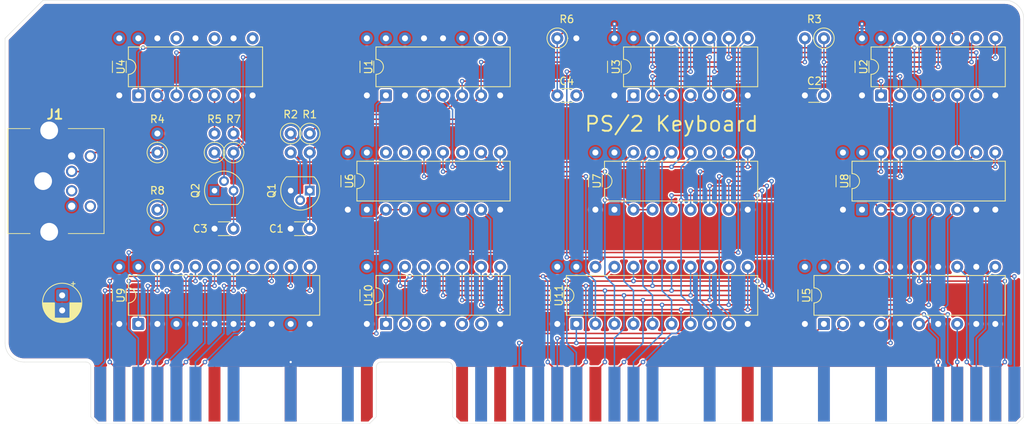
<source format=kicad_pcb>
(kicad_pcb (version 20241229) (generator "pcbnew") (generator_version "9.0")
  (layers (0 "F.Cu" signal) (2 "B.Cu" signal) (13 "F.Paste" user) (15 "B.Paste" user) (5 "F.SilkS" user "F.Silkscreen") (7 "B.SilkS" user "B.Silkscreen") (1 "F.Mask" user) (3 "B.Mask" user) (25 "Edge.Cuts" user))
  (net 0 "")
  (net 1 "Net-(Q1-C)")
  (net 2 "Net-(U1A-Q)")
  (net 3 "Net-(U1A-~{Q})")
  (net 4 "Net-(Q1-B)")
  (net 5 "Net-(C2-Pad2)")
  (net 6 "+5V")
  (net 7 "/~{CLK}")
  (net 8 "Net-(Q2-B)")
  (net 9 "Net-(U1A-C)")
  (net 10 "GND")
  (net 11 "Net-(Q2-C)")
  (net 12 "/CP")
  (net 13 "/DAT")
  (net 14 "/A_{6}")
  (net 15 "/A_{7}")
  (net 16 "/A_{2}")
  (net 17 "/A_{4}")
  (net 18 "/A_{1}")
  (net 19 "/~{S}")
  (net 20 "/A_{5}")
  (net 21 "/DS.~{U}")
  (net 22 "/A_{3}")
  (net 23 "/BE.~{IO}")
  (net 24 "/IRQ_{7}")
  (net 25 "/IRQ_{4}")
  (net 26 "/IRQ_{2}")
  (net 27 "/IRQ_{1}")
  (net 28 "/IRQ_{5}")
  (net 29 "/IRQ_{3}")
  (net 30 "/~{RCV}")
  (net 31 "/IRQ_{0}")
  (net 32 "/IRQ_{6}")
  (net 33 "/IBSY")
  (net 34 "/DQ_{4}")
  (net 35 "/D_{13}")
  (net 36 "/DQ_{0}")
  (net 37 "/D_{11}")
  (net 38 "/DQ_{5}")
  (net 39 "/D_{8}")
  (net 40 "/DQ_{2}")
  (net 41 "/D_{15}")
  (net 42 "/D_{10}")
  (net 43 "/DQ_{6}")
  (net 44 "/D_{12}")
  (net 45 "/DIR.~{R}")
  (net 46 "/DQ_{3}")
  (net 47 "/D_{9}")
  (net 48 "/DQ_{7}")
  (net 49 "/DQ_{1}")
  (net 50 "/D_{14}")
  (net 54 "/~{W}")
  (net 55 "/PAR")
  (net 59 "/~{DQO}")
  (net 61 "/~{RES}")
  (net 63 "Net-(U2-Pad11)")
  (net 64 "Net-(U2-Pad4)")
  (net 65 "Net-(U2-Pad3)")
  (net 66 "Net-(U2-Pad8)")
  (net 67 "Net-(U2-Pad2)")
  (net 68 "Net-(U2-Pad12)")
  (net 69 "Net-(U2-Pad6)")
  (net 70 "Net-(C4-Pad2)")
  (footprint "Resistor_THT:R_Axial_DIN0207_L6.3mm_D2.5mm_P2.54mm_Vertical" (layer "F.Cu") (at 213.36 58.42 180)
    (property "Reference" "R3")
    (property "Value" "10k")
  )
  (footprint "Package_DIP:DIP-20_W7.62mm" (layer "F.Cu") (at 121.92 96.52 90)
    (property "Reference" "U9")
    (property "Value" "74HC541")
  )
  (footprint "Package_DIP:DIP-14_W7.62mm" (layer "F.Cu") (at 154.94 96.52 90)
    (property "Reference" "U10")
    (property "Value" "74HC280")
  )
  (footprint "Package_DIP:DIP-14_W7.62mm" (layer "F.Cu") (at 154.94 66.04 90)
    (property "Reference" "U1")
    (property "Value" "74HC74")
  )
  (footprint "Resistor_THT:R_Axial_DIN0207_L6.3mm_D2.5mm_P2.54mm_Vertical" (layer "F.Cu") (at 144.78 71.12 -90)
    (property "Reference" "R1")
    (property "Value" "10k")
  )
  (footprint "Capacitor_THT:C_Disc_D3.0mm_W1.6mm_P7.62mm" (layer "F.Cu") (at 119.38 58.42 -90)
    (property "Reference" "CB1" (hide yes))
    (property "Value" "C_Disc_D3.0mm_W1.6mm_P7.62mm" (hide yes))
  )
  (footprint "Package_DIP:DIP-16_W7.62mm" (layer "F.Cu") (at 152.4 81.28 90)
    (property "Reference" "U6")
    (property "Value" "74HC195")
  )
  (footprint "Resistor_THT:R_Axial_DIN0207_L6.3mm_D2.5mm_P2.54mm_Vertical" (layer "F.Cu") (at 124.46 81.28 -90)
    (property "Reference" "R8")
    (property "Value" "4k7")
  )
  (footprint "Capacitor_THT:C_Disc_D3.0mm_W1.6mm_P2.54mm" (layer "F.Cu") (at 142.24 83.82)
    (property "Reference" "C1")
    (property "Value" "10nF")
  )
  (footprint "Resistor_THT:R_Axial_DIN0207_L6.3mm_D2.5mm_P2.54mm_Vertical" (layer "F.Cu") (at 132.08 73.66 90)
    (property "Reference" "R5")
    (property "Value" "10k")
  )
  (footprint "Capacitor_THT:C_Disc_D3.0mm_W1.6mm_P7.62mm" (layer "F.Cu") (at 182.88 73.66 -90)
    (property "Reference" "CB1" (hide yes))
    (property "Value" "C_Disc_D3.0mm_W1.6mm_P7.62mm" (hide yes))
  )
  (footprint "Capacitor_THT:C_Disc_D3.0mm_W1.6mm_P2.54mm" (layer "F.Cu") (at 132.08 83.82)
    (property "Reference" "C3")
    (property "Value" "10nF")
  )
  (footprint "Capacitor_THT:C_Disc_D3.0mm_W1.6mm_P7.62mm" (layer "F.Cu") (at 177.8 88.9 -90)
    (property "Reference" "CB1" (hide yes))
    (property "Value" "C_Disc_D3.0mm_W1.6mm_P7.62mm" (hide yes))
  )
  (footprint "Package_DIP:DIP-20_W7.62mm" (layer "F.Cu") (at 180.34 96.52 90)
    (property "Reference" "U11")
    (property "Value" "74HC541")
  )
  (footprint "Resistor_THT:R_Axial_DIN0207_L6.3mm_D2.5mm_P2.54mm_Vertical" (layer "F.Cu") (at 134.62 73.66 90)
    (property "Reference" "R7")
    (property "Value" "20k")
  )
  (footprint "Package_DIP:DIP-14_W7.62mm" (layer "F.Cu") (at 220.98 66.04 90)
    (property "Reference" "U2")
    (property "Value" "74HC08")
  )
  (footprint "Connector_PCBEdge:pcb_edge_60_P2.54_new" (layer "F.Cu") (at 163.83 102.235)
    (property "Reference" "J2" (hide yes))
    (property "Value" "perslot1a")
    (fp_line (start 0 6.6675) (end 0 0) (stroke (width 0.05)) (layer "Edge.Cuts"))
    (fp_line (start 0.9525 7.62) (end 0 6.6675) (stroke (width 0.05)) (layer "Edge.Cuts"))
    (fp_line (start 0.9525 7.62) (end 75.2475 7.62) (stroke (width 0.05)) (layer "Edge.Cuts"))
    (fp_line (start 75.2475 7.62) (end 76.2 6.6675) (stroke (width 0.05)) (layer "Edge.Cuts"))
    (fp_line (start 76.2 6.6675) (end 76.2 0) (stroke (width 0.05)) (layer "Edge.Cuts"))
  )
  (footprint "Capacitor_THT:C_Disc_D3.0mm_W1.6mm_P7.62mm" (layer "F.Cu") (at 215.9 73.66 -90)
    (property "Reference" "CB1" (hide yes))
    (property "Value" "C_Disc_D3.0mm_W1.6mm_P7.62mm" (hide yes))
  )
  (footprint "Connector_PCBEdge:pcb_edge_30_P2.54_new" (layer "F.Cu") (at 115.57 102.235)
    (property "Reference" "J3" (hide yes))
    (property "Value" "perslot1b")
    (fp_line (start 0 6.6675) (end 0 0) (stroke (width 0.05)) (layer "Edge.Cuts"))
    (fp_line (start 0.9525 7.62) (end 0 6.6675) (stroke (width 0.05)) (layer "Edge.Cuts"))
    (fp_line (start 0.9525 7.62) (end 37.1475 7.62) (stroke (width 0.05)) (layer "Edge.Cuts"))
    (fp_line (start 37.1475 7.62) (end 38.1 6.6675) (stroke (width 0.05)) (layer "Edge.Cuts"))
    (fp_line (start 38.1 6.6675) (end 38.1 0) (stroke (width 0.05)) (layer "Edge.Cuts"))
  )
  (footprint "Capacitor_THT:C_Disc_D3.0mm_W1.6mm_P2.54mm" (layer "F.Cu") (at 210.82 66.04)
    (property "Reference" "C2")
    (property "Value" "22pF")
  )
  (footprint "Resistor_THT:R_Axial_DIN0207_L6.3mm_D2.5mm_P2.54mm_Vertical" (layer "F.Cu") (at 124.46 73.66 90)
    (property "Reference" "R4")
    (property "Value" "4k7")
  )
  (footprint "Resistor_THT:R_Axial_DIN0207_L6.3mm_D2.5mm_P2.54mm_Vertical" (layer "F.Cu") (at 142.24 71.12 -90)
    (property "Reference" "R2")
    (property "Value" "10k")
  )
  (footprint "Package_DIP:DIP-14_W7.62mm" (layer "F.Cu") (at 187.96 66.04 90)
    (property "Reference" "U3")
    (property "Value" "74HC14")
  )
  (footprint "Resistor_THT:R_Axial_DIN0207_L6.3mm_D2.5mm_P2.54mm_Vertical" (layer "F.Cu") (at 177.8 58.42)
    (property "Reference" "R6")
    (property "Value" "10k")
  )
  (footprint "Package_TO_SOT_THT:TO-92" (layer "F.Cu") (at 132.08 78.74)
    (property "Reference" "Q2")
    (property "Value" "Q_PNP_EBC")
  )
  (footprint "Capacitor_THT:CP_Radial_D5.0mm_P2.00mm" (layer "F.Cu") (at 111.76 92.71 -90)
    (property "Reference" "CB1" (hide yes))
    (property "Value" "CP_Radial_D5.0mm_P2.00mm" (hide yes))
  )
  (footprint "Capacitor_THT:C_Disc_D3.0mm_W1.6mm_P7.62mm" (layer "F.Cu") (at 210.82 88.9 -90)
    (property "Reference" "CB1" (hide yes))
    (property "Value" "C_Disc_D3.0mm_W1.6mm_P7.62mm" (hide yes))
  )
  (footprint "Connector_TE-Connectivity:57492651" (layer "F.Cu") (at 113.03 76.17 90)
    (property "Reference" "J1")
    (property "Value" "keyboard" (hide yes))
  )
  (footprint "Capacitor_THT:C_Disc_D3.0mm_W1.6mm_P7.62mm" (layer "F.Cu") (at 152.4 88.9 -90)
    (property "Reference" "CB1" (hide yes))
    (property "Value" "C_Disc_D3.0mm_W1.6mm_P7.62mm" (hide yes))
  )
  (footprint "Capacitor_THT:C_Disc_D3.0mm_W1.6mm_P7.62mm" (layer "F.Cu") (at 149.86 73.66 -90)
    (property "Reference" "CB1" (hide yes))
    (property "Value" "C_Disc_D3.0mm_W1.6mm_P7.62mm" (hide yes))
  )
  (footprint "Capacitor_THT:C_Disc_D3.0mm_W1.6mm_P7.62mm" (layer "F.Cu") (at 119.38 88.9 -90)
    (property "Reference" "CB1" (hide yes))
    (property "Value" "C_Disc_D3.0mm_W1.6mm_P7.62mm" (hide yes))
  )
  (footprint "Capacitor_THT:C_Disc_D3.0mm_W1.6mm_P7.62mm" (layer "F.Cu") (at 218.44 58.42 -90)
    (property "Reference" "CB1" (hide yes))
    (property "Value" "C_Disc_D3.0mm_W1.6mm_P7.62mm" (hide yes))
  )
  (footprint "Package_DIP:DIP-16_W7.62mm" (layer "F.Cu") (at 185.42 81.28 90)
    (property "Reference" "U7")
    (property "Value" "74HC195")
  )
  (footprint "Capacitor_THT:C_Disc_D3.0mm_W1.6mm_P7.62mm" (layer "F.Cu") (at 185.42 58.42 -90)
    (property "Reference" "CB1" (hide yes))
    (property "Value" "C_Disc_D3.0mm_W1.6mm_P7.62mm" (hide yes))
  )
  (footprint "Package_TO_SOT_THT:TO-92" (layer "F.Cu") (at 144.78 78.74 180)
    (property "Reference" "Q1")
    (property "Value" "Q_NPN_CBE")
  )
  (footprint "Capacitor_THT:C_Disc_D3.0mm_W1.6mm_P2.54mm" (layer "F.Cu") (at 177.8 66.04)
    (property "Reference" "C4")
    (property "Value" "22pF")
  )
  (footprint "Capacitor_THT:C_Disc_D3.0mm_W1.6mm_P7.62mm" (layer "F.Cu") (at 152.4 58.42 -90)
    (property "Reference" "CB1" (hide yes))
    (property "Value" "C_Disc_D3.0mm_W1.6mm_P7.62mm" (hide yes))
  )
  (footprint "Package_DIP:DIP-20_W7.62mm" (layer "F.Cu") (at 213.36 96.52 90)
    (property "Reference" "U5")
    (property "Value" "74HC688")
  )
  (footprint "Package_DIP:DIP-16_W7.62mm" (layer "F.Cu") (at 218.44 81.28 90)
    (property "Reference" "U8")
    (property "Value" "74HC195")
  )
  (footprint "Package_DIP:DIP-14_W7.62mm" (layer "F.Cu") (at 121.92 66.04 90)
    (property "Reference" "U4")
    (property "Value" "74HC05")
  )
  (gr_arc (start 106.68 101.6) (mid 104.883949 100.856051) (end 104.14 99.06) (stroke (width 0.05)) (layer "Edge.Cuts"))
  (gr_arc (start 163.195 101.6) (mid 163.644013 101.785987) (end 163.83 102.235) (stroke (width 0.05)) (layer "Edge.Cuts"))
  (gr_arc (start 153.67 102.235) (mid 153.855987 101.785987) (end 154.305 101.6) (stroke (width 0.05)) (layer "Edge.Cuts"))
  (gr_arc (start 114.935 101.6) (mid 115.384013 101.785987) (end 115.57 102.235) (stroke (width 0.05)) (layer "Edge.Cuts"))
  (gr_line (start 240.03 55.88) (end 240.03 102.235) (stroke (width 0.05)) (layer "Edge.Cuts"))
  (gr_line (start 114.935 101.6) (end 106.68 101.6) (stroke (width 0.05)) (layer "Edge.Cuts"))
  (gr_line (start 163.195 101.6) (end 154.305 101.6) (stroke (width 0.05)) (layer "Edge.Cuts"))
  (gr_line (start 109.22 53.34) (end 237.49 53.34) (stroke (width 0.05)) (layer "Edge.Cuts"))
  (gr_line (start 104.14 99.06) (end 104.14 58.42) (stroke (width 0.05)) (layer "Edge.Cuts"))
  (gr_line (start 109.22 53.34) (end 104.14 58.42) (stroke (width 0.05)) (layer "Edge.Cuts"))
  (gr_arc (start 237.49 53.34) (mid 239.286051 54.083949) (end 240.03 55.88) (stroke (width 0.05)) (layer "Edge.Cuts"))
  (gr_text "PS/2 Keyboard" (at 193.04 69.85 0) (layer "F.SilkS") (effects (font (size 2 2) (thickness 0.25))))
  (segment (start 166.37 69.85) (end 168.91 67.31) (width 0.2) (layer "F.Cu") (net 1))
  (segment (start 148.59 69.85) (end 166.37 69.85) (width 0.2) (layer "F.Cu") (net 1))
  (segment (start 186.69 67.31) (end 187.96 66.04) (width 0.2) (layer "F.Cu") (net 1))
  (segment (start 144.78 73.66) (end 148.59 69.85) (width 0.2) (layer "F.Cu") (net 1))
  (segment (start 168.91 67.31) (end 186.69 67.31) (width 0.2) (layer "F.Cu") (net 1))
  (segment (start 144.78 73.66) (end 144.78 78.74) (width 0.2) (layer "B.Cu") (net 1))
  (segment (start 144.78 78.74) (end 144.78 83.82) (width 0.2) (layer "B.Cu") (net 1))
  (segment (start 147.32 68.58) (end 144.78 71.12) (width 0.2) (layer "F.Cu") (net 2))
  (segment (start 162.56 68.58) (end 147.32 68.58) (width 0.2) (layer "F.Cu") (net 2))
  (segment (start 220.98 64.135) (end 165.1 64.135) (width 0.2) (layer "F.Cu") (net 2))
  (segment (start 165.1 66.04) (end 162.56 68.58) (width 0.2) (layer "F.Cu") (net 2))
  (via (at 165.1 64.135) (size 0.6) (drill 0.3) (layers "F.Cu" "B.Cu") (net 2))
  (via (at 220.98 64.135) (size 0.6) (drill 0.3) (layers "F.Cu" "B.Cu") (net 2))
  (segment (start 220.98 66.04) (end 220.98 64.135) (width 0.2) (layer "B.Cu") (net 2))
  (segment (start 165.1 64.135) (end 165.1 66.04) (width 0.2) (layer "B.Cu") (net 2))
  (segment (start 167.64 66.04) (end 164.465 69.215) (width 0.2) (layer "F.Cu") (net 3))
  (segment (start 148.59 69.215) (end 145.415 72.39) (width 0.2) (layer "F.Cu") (net 3))
  (segment (start 143.51 72.39) (end 142.24 71.12) (width 0.2) (layer "F.Cu") (net 3))
  (segment (start 210.82 61.595) (end 167.64 61.595) (width 0.2) (layer "F.Cu") (net 3))
  (segment (start 164.465 69.215) (end 148.59 69.215) (width 0.2) (layer "F.Cu") (net 3))
  (segment (start 145.415 72.39) (end 143.51 72.39) (width 0.2) (layer "F.Cu") (net 3))
  (via (at 210.82 61.595) (size 0.6) (drill 0.3) (layers "F.Cu" "B.Cu") (net 3))
  (via (at 167.64 61.595) (size 0.6) (drill 0.3) (layers "F.Cu" "B.Cu") (net 3))
  (segment (start 210.82 58.42) (end 210.82 61.595) (width 0.2) (layer "B.Cu") (net 3))
  (segment (start 167.64 61.595) (end 167.64 66.04) (width 0.2) (layer "B.Cu") (net 3))
  (segment (start 143.51 80.01) (end 143.51 74.93) (width 0.2) (layer "B.Cu") (net 4))
  (segment (start 143.51 74.93) (end 142.24 73.66) (width 0.2) (layer "B.Cu") (net 4))
  (segment (start 213.36 61.595) (end 233.045 61.595) (width 0.2) (layer "F.Cu") (net 5))
  (via (at 233.045 61.595) (size 0.6) (drill 0.3) (layers "F.Cu" "B.Cu") (net 5))
  (via (at 213.36 61.595) (size 0.6) (drill 0.3) (layers "F.Cu" "B.Cu") (net 5))
  (segment (start 213.36 61.595) (end 213.36 66.04) (width 0.2) (layer "B.Cu") (net 5))
  (segment (start 233.045 59.055) (end 233.68 58.42) (width 0.2) (layer "B.Cu") (net 5))
  (segment (start 213.36 58.42) (end 213.36 61.595) (width 0.2) (layer "B.Cu") (net 5))
  (segment (start 233.045 61.595) (end 233.045 59.055) (width 0.2) (layer "B.Cu") (net 5))
  (via (at 185.42 56.515) (size 0.6) (drill 0.3) (layers "F.Cu" "B.Cu") (net 6))
  (via (at 218.44 56.515) (size 0.6) (drill 0.3) (layers "F.Cu" "B.Cu") (net 6))
  (segment (start 218.44 58.42) (end 218.44 56.515) (width 0.4) (layer "B.Cu") (net 6))
  (segment (start 185.42 58.42) (end 185.42 56.515) (width 0.4) (layer "B.Cu") (net 6))
  (segment (start 124.46 66.04) (end 125.73 67.31) (width 0.2) (layer "F.Cu") (net 7))
  (segment (start 132.08 66.04) (end 132.08 71.12) (width 0.2) (layer "F.Cu") (net 7))
  (segment (start 125.73 67.31) (end 125.73 72.39) (width 0.2) (layer "F.Cu") (net 7))
  (segment (start 125.73 64.77) (end 130.81 64.77) (width 0.2) (layer "F.Cu") (net 7))
  (segment (start 124.46 73.66) (end 115.98 73.66) (width 0.2) (layer "F.Cu") (net 7))
  (segment (start 124.46 66.04) (end 125.73 64.77) (width 0.2) (layer "F.Cu") (net 7))
  (segment (start 115.98 73.66) (end 115.52 74.12) (width 0.2) (layer "F.Cu") (net 7))
  (segment (start 125.73 72.39) (end 124.46 73.66) (width 0.2) (layer "F.Cu") (net 7))
  (segment (start 130.81 64.77) (end 132.08 66.04) (width 0.2) (layer "F.Cu") (net 7))
  (segment (start 133.35 74.93) (end 132.08 73.66) (width 0.2) (layer "B.Cu") (net 8))
  (segment (start 133.35 77.47) (end 133.35 74.93) (width 0.2) (layer "B.Cu") (net 8))
  (segment (start 161.29 64.77) (end 176.53 64.77) (width 0.2) (layer "F.Cu") (net 9))
  (segment (start 160.02 66.04) (end 161.29 64.77) (width 0.2) (layer "F.Cu") (net 9))
  (segment (start 177.8 58.42) (end 179.07 57.15) (width 0.2) (layer "F.Cu") (net 9))
  (segment (start 229.87 57.15) (end 231.14 58.42) (width 0.2) (layer "F.Cu") (net 9))
  (segment (start 179.07 57.15) (end 229.87 57.15) (width 0.2) (layer "F.Cu") (net 9))
  (segment (start 176.53 64.77) (end 177.8 66.04) (width 0.2) (layer "F.Cu") (net 9))
  (segment (start 177.8 58.42) (end 177.8 66.04) (width 0.2) (layer "B.Cu") (net 9))
  (segment (start 142.24 105.88625) (end 142.24 101.6) (width 0.4) (layer "F.Cu") (net 10))
  (segment (start 129.54 96.52) (end 137.16 96.52) (width 0.4) (layer "F.Cu") (net 10))
  (via (at 142.24 101.6) (size 0.6) (drill 0.3) (layers "F.Cu" "B.Cu") (net 10))
  (segment (start 135.89 60.96) (end 198.12 60.96) (width 0.2) (layer "F.Cu") (net 11))
  (via (at 198.12 60.96) (size 0.6) (drill 0.3) (layers "F.Cu" "B.Cu") (net 11))
  (via (at 135.89 60.96) (size 0.6) (drill 0.3) (layers "F.Cu" "B.Cu") (net 11))
  (segment (start 135.89 72.39) (end 135.89 60.96) (width 0.2) (layer "B.Cu") (net 11))
  (segment (start 198.12 60.96) (end 198.12 66.04) (width 0.2) (layer "B.Cu") (net 11))
  (segment (start 134.62 73.66) (end 134.62 78.74) (width 0.2) (layer "B.Cu") (net 11))
  (segment (start 134.62 78.74) (end 134.62 83.82) (width 0.2) (layer "B.Cu") (net 11))
  (segment (start 134.62 73.66) (end 135.89 72.39) (width 0.2) (layer "B.Cu") (net 11))
  (segment (start 199.39 74.93) (end 168.91 74.93) (width 0.2) (layer "F.Cu") (net 12))
  (segment (start 168.91 74.93) (end 138.43 74.93) (width 0.2) (layer "F.Cu") (net 12))
  (segment (start 233.68 73.66) (end 232.41 74.93) (width 0.2) (layer "F.Cu") (net 12))
  (segment (start 168.91 74.93) (end 167.64 73.66) (width 0.2) (layer "F.Cu") (net 12))
  (segment (start 138.43 74.93) (end 134.62 71.12) (width 0.2) (layer "F.Cu") (net 12))
  (segment (start 232.41 74.93) (end 199.39 74.93) (width 0.2) (layer "F.Cu") (net 12))
  (segment (start 134.62 71.12) (end 134.62 66.04) (width 0.2) (layer "F.Cu") (net 12))
  (segment (start 200.66 73.66) (end 199.39 74.93) (width 0.2) (layer "F.Cu") (net 12))
  (segment (start 154.94 81.28) (end 153.67 82.55) (width 0.2) (layer "F.Cu") (net 13))
  (segment (start 128.27 67.31) (end 128.27 74.295) (width 0.2) (layer "F.Cu") (net 13))
  (segment (start 113.06 76.2) (end 113.03 76.17) (width 0.2) (layer "F.Cu") (net 13))
  (segment (start 153.67 82.55) (end 133.35 82.55) (width 0.2) (layer "F.Cu") (net 13))
  (segment (start 128.27 77.47) (end 124.46 81.28) (width 0.2) (layer "F.Cu") (net 13))
  (segment (start 128.27 74.295) (end 128.27 77.47) (width 0.2) (layer "F.Cu") (net 13))
  (segment (start 157.48 81.28) (end 154.94 81.28) (width 0.2) (layer "F.Cu") (net 13))
  (segment (start 126.365 76.2) (end 113.06 76.2) (width 0.2) (layer "F.Cu") (net 13))
  (segment (start 133.35 82.55) (end 128.27 77.47) (width 0.2) (layer "F.Cu") (net 13))
  (segment (start 126.365 76.2) (end 128.27 74.295) (width 0.2) (layer "F.Cu") (net 13))
  (segment (start 129.54 66.04) (end 128.27 67.31) (width 0.2) (layer "F.Cu") (net 13))
  (segment (start 229.87 95.25) (end 227.965 95.25) (width 0.2) (layer "F.Cu") (net 14))
  (segment (start 226.695 96.52) (end 226.06 96.52) (width 0.2) (layer "F.Cu") (net 14))
  (segment (start 227.965 95.25) (end 226.695 96.52) (width 0.2) (layer "F.Cu") (net 14))
  (via (at 229.87 95.25) (size 0.6) (drill 0.3) (layers "F.Cu" "B.Cu") (net 14))
  (segment (start 231.14 105.88625) (end 231.14 102.87) (width 0.2) (layer "B.Cu") (net 14))
  (segment (start 229.87 101.6) (end 229.87 95.25) (width 0.2) (layer "B.Cu") (net 14))
  (segment (start 231.14 102.87) (end 229.87 101.6) (width 0.2) (layer "B.Cu") (net 14))
  (segment (start 228.6 105.88625) (end 228.6 101.6) (width 0.2) (layer "F.Cu") (net 15))
  (segment (start 222.25 95.25) (end 220.98 96.52) (width 0.2) (layer "F.Cu") (net 15))
  (segment (start 226.695 95.25) (end 222.25 95.25) (width 0.2) (layer "F.Cu") (net 15))
  (via (at 228.6 101.6) (size 0.6) (drill 0.3) (layers "F.Cu" "B.Cu") (net 15))
  (via (at 226.695 95.25) (size 0.6) (drill 0.3) (layers "F.Cu" "B.Cu") (net 15))
  (segment (start 227.33 95.885) (end 226.695 95.25) (width 0.2) (layer "B.Cu") (net 15))
  (segment (start 228.6 101.6) (end 228.6 98.425) (width 0.2) (layer "B.Cu") (net 15))
  (segment (start 228.6 98.425) (end 227.33 97.155) (width 0.2) (layer "B.Cu") (net 15))
  (segment (start 227.33 97.155) (end 227.33 95.885) (width 0.2) (layer "B.Cu") (net 15))
  (segment (start 236.22 102.87) (end 237.49 101.6) (width 0.2) (layer "F.Cu") (net 16))
  (segment (start 236.22 105.88625) (end 236.22 102.87) (width 0.2) (layer "F.Cu") (net 16))
  (segment (start 237.49 90.805) (end 226.06 90.805) (width 0.2) (layer "F.Cu") (net 16))
  (via (at 237.49 101.6) (size 0.6) (drill 0.3) (layers "F.Cu" "B.Cu") (net 16))
  (via (at 237.49 90.805) (size 0.6) (drill 0.3) (layers "F.Cu" "B.Cu") (net 16))
  (via (at 226.06 90.805) (size 0.6) (drill 0.3) (layers "F.Cu" "B.Cu") (net 16))
  (segment (start 237.49 101.6) (end 237.49 90.805) (width 0.2) (layer "B.Cu") (net 16))
  (segment (start 226.06 90.805) (end 226.06 88.9) (width 0.2) (layer "B.Cu") (net 16))
  (segment (start 234.95 97.155) (end 234.95 90.17) (width 0.2) (layer "B.Cu") (net 17))
  (segment (start 233.68 98.425) (end 234.95 97.155) (width 0.2) (layer "B.Cu") (net 17))
  (segment (start 233.68 98.425) (end 233.68 105.88625) (width 0.2) (layer "B.Cu") (net 17))
  (segment (start 234.95 90.17) (end 236.22 88.9) (width 0.2) (layer "B.Cu") (net 17))
  (segment (start 238.76 90.17) (end 222.25 90.17) (width 0.2) (layer "F.Cu") (net 18))
  (segment (start 222.25 90.17) (end 220.98 88.9) (width 0.2) (layer "F.Cu") (net 18))
  (via (at 238.76 90.17) (size 0.6) (drill 0.3) (layers "F.Cu" "B.Cu") (net 18))
  (segment (start 238.76 105.88625) (end 238.76 90.17) (width 0.2) (layer "B.Cu") (net 18))
  (segment (start 214.63 87.63) (end 184.15 87.63) (width 0.2) (layer "F.Cu") (net 19))
  (segment (start 184.15 87.63) (end 182.88 88.9) (width 0.2) (layer "F.Cu") (net 19))
  (segment (start 195.58 62.865) (end 179.07 62.865) (width 0.2) (layer "F.Cu") (net 19))
  (segment (start 215.9 88.9) (end 214.63 87.63) (width 0.2) (layer "F.Cu") (net 19))
  (segment (start 179.07 87.63) (end 184.15 87.63) (width 0.2) (layer "F.Cu") (net 19))
  (via (at 195.58 62.865) (size 0.6) (drill 0.3) (layers "F.Cu" "B.Cu") (net 19))
  (via (at 179.07 62.865) (size 0.6) (drill 0.3) (layers "F.Cu" "B.Cu") (net 19))
  (via (at 179.07 87.63) (size 0.6) (drill 0.3) (layers "F.Cu" "B.Cu") (net 19))
  (segment (start 179.07 62.865) (end 179.07 87.63) (width 0.2) (layer "B.Cu") (net 19))
  (segment (start 195.58 58.42) (end 195.58 62.865) (width 0.2) (layer "B.Cu") (net 19))
  (segment (start 231.14 105.88625) (end 231.14 101.6) (width 0.2) (layer "F.Cu") (net 20))
  (via (at 231.14 101.6) (size 0.6) (drill 0.3) (layers "F.Cu" "B.Cu") (net 20))
  (segment (start 231.14 101.6) (end 231.14 96.52) (width 0.2) (layer "B.Cu") (net 20))
  (segment (start 212.09 97.79) (end 213.36 96.52) (width 0.2) (layer "F.Cu") (net 21))
  (segment (start 170.18 100.33) (end 172.72 97.79) (width 0.2) (layer "F.Cu") (net 21))
  (segment (start 170.18 105.88625) (end 170.18 100.33) (width 0.2) (layer "F.Cu") (net 21))
  (segment (start 172.72 97.79) (end 212.09 97.79) (width 0.2) (layer "F.Cu") (net 21))
  (segment (start 233.68 105.88625) (end 233.68 102.87) (width 0.2) (layer "F.Cu") (net 22))
  (segment (start 233.68 102.87) (end 232.41 101.6) (width 0.2) (layer "F.Cu") (net 22))
  (via (at 232.41 101.6) (size 0.6) (drill 0.3) (layers "F.Cu" "B.Cu") (net 22))
  (segment (start 232.41 101.6) (end 232.41 90.17) (width 0.2) (layer "B.Cu") (net 22))
  (segment (start 232.41 90.17) (end 231.14 88.9) (width 0.2) (layer "B.Cu") (net 22))
  (segment (start 210.82 98.425) (end 177.8 98.425) (width 0.2) (layer "F.Cu") (net 23))
  (segment (start 213.995 98.425) (end 210.82 98.425) (width 0.2) (layer "F.Cu") (net 23))
  (segment (start 215.9 96.52) (end 213.995 98.425) (width 0.2) (layer "F.Cu") (net 23))
  (via (at 177.8 98.425) (size 0.6) (drill 0.3) (layers "F.Cu" "B.Cu") (net 23))
  (segment (start 177.8 98.425) (end 177.8 105.88625) (width 0.2) (layer "B.Cu") (net 23))
  (segment (start 118.11 90.805) (end 118.745 90.17) (width 0.2) (layer "F.Cu") (net 24))
  (segment (start 119.38 102.87) (end 118.11 101.6) (width 0.2) (layer "F.Cu") (net 24))
  (segment (start 118.745 90.17) (end 125.73 90.17) (width 0.2) (layer "F.Cu") (net 24))
  (segment (start 119.38 105.88625) (end 119.38 102.87) (width 0.2) (layer "F.Cu") (net 24))
  (segment (start 125.73 90.17) (end 127 88.9) (width 0.2) (layer "F.Cu") (net 24))
  (via (at 118.11 90.805) (size 0.6) (drill 0.3) (layers "F.Cu" "B.Cu") (net 24))
  (via (at 118.11 101.6) (size 0.6) (drill 0.3) (layers "F.Cu" "B.Cu") (net 24))
  (segment (start 118.11 101.6) (end 118.11 90.805) (width 0.2) (layer "B.Cu") (net 24))
  (segment (start 125.73 92.075) (end 134.62 92.075) (width 0.2) (layer "F.Cu") (net 25))
  (via (at 134.62 92.075) (size 0.6) (drill 0.3) (layers "F.Cu" "B.Cu") (net 25))
  (via (at 125.73 92.075) (size 0.6) (drill 0.3) (layers "F.Cu" "B.Cu") (net 25))
  (segment (start 124.46 101.6) (end 124.46 105.88625) (width 0.2) (layer "B.Cu") (net 25))
  (segment (start 125.73 92.075) (end 125.73 100.33) (width 0.2) (layer "B.Cu") (net 25))
  (segment (start 125.73 100.33) (end 124.46 101.6) (width 0.2) (layer "B.Cu") (net 25))
  (segment (start 134.62 92.075) (end 134.62 88.9) (width 0.2) (layer "B.Cu") (net 25))
  (segment (start 130.81 90.805) (end 139.7 90.805) (width 0.2) (layer "F.Cu") (net 26))
  (segment (start 127 102.87) (end 128.27 101.6) (width 0.2) (layer "F.Cu") (net 26))
  (segment (start 127 105.88625) (end 127 102.87) (width 0.2) (layer "F.Cu") (net 26))
  (via (at 130.81 90.805) (size 0.6) (drill 0.3) (layers "F.Cu" "B.Cu") (net 26))
  (via (at 139.7 90.805) (size 0.6) (drill 0.3) (layers "F.Cu" "B.Cu") (net 26))
  (via (at 128.27 101.6) (size 0.6) (drill 0.3) (layers "F.Cu" "B.Cu") (net 26))
  (segment (start 130.81 99.06) (end 130.81 90.805) (width 0.2) (layer "B.Cu") (net 26))
  (segment (start 139.7 90.805) (end 139.7 88.9) (width 0.2) (layer "B.Cu") (net 26))
  (segment (start 128.27 101.6) (end 130.81 99.06) (width 0.2) (layer "B.Cu") (net 26))
  (segment (start 133.35 91.44) (end 142.24 91.44) (width 0.2) (layer "F.Cu") (net 27))
  (via (at 142.24 91.44) (size 0.6) (drill 0.3) (layers "F.Cu" "B.Cu") (net 27))
  (via (at 133.35 91.44) (size 0.6) (drill 0.3) (layers "F.Cu" "B.Cu") (net 27))
  (segment (start 142.24 91.44) (end 142.24 88.9) (width 0.2) (layer "B.Cu") (net 27))
  (segment (start 133.35 91.44) (end 133.35 97.79) (width 0.2) (layer "B.Cu") (net 27))
  (segment (start 133.35 97.79) (end 129.54 101.6) (width 0.2) (layer "B.Cu") (net 27))
  (segment (start 129.54 101.6) (end 129.54 105.88625) (width 0.2) (layer "B.Cu") (net 27))
  (segment (start 121.92 105.88625) (end 121.92 102.87) (width 0.2) (layer "F.Cu") (net 28))
  (segment (start 121.92 102.87) (end 123.19 101.6) (width 0.2) (layer "F.Cu") (net 28))
  (segment (start 123.19 91.44) (end 132.08 91.44) (width 0.2) (layer "F.Cu") (net 28))
  (via (at 132.08 91.44) (size 0.6) (drill 0.3) (layers "F.Cu" "B.Cu") (net 28))
  (via (at 123.19 101.6) (size 0.6) (drill 0.3) (layers "F.Cu" "B.Cu") (net 28))
  (via (at 123.19 91.44) (size 0.6) (drill 0.3) (layers "F.Cu" "B.Cu") (net 28))
  (segment (start 132.08 91.44) (end 132.08 88.9) (width 0.2) (layer "B.Cu") (net 28))
  (segment (start 123.19 101.6) (end 123.19 91.44) (width 0.2) (layer "B.Cu") (net 28))
  (segment (start 128.27 90.17) (end 135.89 90.17) (width 0.2) (layer "F.Cu") (net 29))
  (segment (start 124.46 102.87) (end 125.73 101.6) (width 0.2) (layer "F.Cu") (net 29))
  (segment (start 135.89 90.17) (end 137.16 88.9) (width 0.2) (layer "F.Cu") (net 29))
  (segment (start 124.46 105.88625) (end 124.46 102.87) (width 0.2) (layer "F.Cu") (net 29))
  (via (at 125.73 101.6) (size 0.6) (drill 0.3) (layers "F.Cu" "B.Cu") (net 29))
  (via (at 128.27 90.17) (size 0.6) (drill 0.3) (layers "F.Cu" "B.Cu") (net 29))
  (segment (start 125.73 101.6) (end 128.27 99.06) (width 0.2) (layer "B.Cu") (net 29))
  (segment (start 128.27 99.06) (end 128.27 90.17) (width 0.2) (layer "B.Cu") (net 29))
  (segment (start 120.65 86.995) (end 201.93 86.995) (width 0.2) (layer "F.Cu") (net 30))
  (via (at 201.93 86.995) (size 0.6) (drill 0.3) (layers "F.Cu" "B.Cu") (net 30))
  (via (at 120.65 86.995) (size 0.6) (drill 0.3) (layers "F.Cu" "B.Cu") (net 30))
  (segment (start 121.92 96.52) (end 121.92 90.805) (width 0.2) (layer "B.Cu") (net 30))
  (segment (start 201.93 59.69) (end 203.2 58.42) (width 0.2) (layer "B.Cu") (net 30))
  (segment (start 121.92 90.805) (end 120.65 89.535) (width 0.2) (layer "B.Cu") (net 30))
  (segment (start 201.93 86.995) (end 201.93 59.69) (width 0.2) (layer "B.Cu") (net 30))
  (segment (start 120.65 89.535) (end 120.65 86.995) (width 0.2) (layer "B.Cu") (net 30))
  (segment (start 129.54 102.87) (end 130.81 101.6) (width 0.2) (layer "F.Cu") (net 31))
  (segment (start 129.54 105.88625) (end 129.54 102.87) (width 0.2) (layer "F.Cu") (net 31))
  (segment (start 144.78 92.075) (end 135.89 92.075) (width 0.2) (layer "F.Cu") (net 31))
  (via (at 130.81 101.6) (size 0.6) (drill 0.3) (layers "F.Cu" "B.Cu") (net 31))
  (via (at 135.89 92.075) (size 0.6) (drill 0.3) (layers "F.Cu" "B.Cu") (net 31))
  (via (at 144.78 92.075) (size 0.6) (drill 0.3) (layers "F.Cu" "B.Cu") (net 31))
  (segment (start 130.81 101.6) (end 134.62 97.79) (width 0.2) (layer "B.Cu") (net 31))
  (segment (start 134.62 97.79) (end 135.255 97.79) (width 0.2) (layer "B.Cu") (net 31))
  (segment (start 135.89 97.155) (end 135.89 92.075) (width 0.2) (layer "B.Cu") (net 31))
  (segment (start 144.78 92.075) (end 144.78 88.9) (width 0.2) (layer "B.Cu") (net 31))
  (segment (start 135.255 97.79) (end 135.89 97.155) (width 0.2) (layer "B.Cu") (net 31))
  (segment (start 120.65 90.805) (end 129.54 90.805) (width 0.2) (layer "F.Cu") (net 32))
  (via (at 120.65 90.805) (size 0.6) (drill 0.3) (layers "F.Cu" "B.Cu") (net 32))
  (via (at 129.54 90.805) (size 0.6) (drill 0.3) (layers "F.Cu" "B.Cu") (net 32))
  (segment (start 121.92 98.425) (end 120.65 97.155) (width 0.2) (layer "B.Cu") (net 32))
  (segment (start 129.54 90.805) (end 129.54 88.9) (width 0.2) (layer "B.Cu") (net 32))
  (segment (start 120.65 97.155) (end 120.65 90.805) (width 0.2) (layer "B.Cu") (net 32))
  (segment (start 121.92 98.425) (end 121.92 105.88625) (width 0.2) (layer "B.Cu") (net 32))
  (segment (start 124.46 92.075) (end 117.475 92.075) (width 0.2) (layer "F.Cu") (net 33))
  (via (at 124.46 92.075) (size 0.6) (drill 0.3) (layers "F.Cu" "B.Cu") (net 33))
  (via (at 117.475 92.075) (size 0.6) (drill 0.3) (layers "F.Cu" "B.Cu") (net 33))
  (segment (start 116.84 102.235) (end 116.84 105.88625) (width 0.2) (layer "B.Cu") (net 33))
  (segment (start 124.46 88.9) (end 124.46 92.075) (width 0.2) (layer "B.Cu") (net 33))
  (segment (start 117.475 92.075) (end 117.475 101.6) (width 0.2) (layer "B.Cu") (net 33))
  (segment (start 117.475 101.6) (end 116.84 102.235) (width 0.2) (layer "B.Cu") (net 33))
  (segment (start 189.23 74.93) (end 189.23 91.44) (width 0.2) (layer "B.Cu") (net 34))
  (segment (start 189.23 91.44) (end 190.5 92.71) (width 0.2) (layer "B.Cu") (net 34))
  (segment (start 190.5 92.71) (end 190.5 96.52) (width 0.2) (layer "B.Cu") (net 34))
  (segment (start 190.5 73.66) (end 189.23 74.93) (width 0.2) (layer "B.Cu") (net 34))
  (segment (start 180.34 102.87) (end 181.61 101.6) (width 0.2) (layer "F.Cu") (net 35))
  (segment (start 181.61 91.44) (end 190.5 91.44) (width 0.2) (layer "F.Cu") (net 35))
  (segment (start 181.61 91.44) (end 156.845 91.44) (width 0.2) (layer "F.Cu") (net 35))
  (segment (start 180.34 105.88625) (end 180.34 102.87) (width 0.2) (layer "F.Cu") (net 35))
  (segment (start 195.58 78.74) (end 205.105 78.74) (width 0.2) (layer "F.Cu") (net 35))
  (segment (start 205.105 91.44) (end 190.5 91.44) (width 0.2) (layer "F.Cu") (net 35))
  (via (at 181.61 101.6) (size 0.6) (drill 0.3) (layers "F.Cu" "B.Cu") (net 35))
  (via (at 156.845 91.44) (size 0.6) (drill 0.3) (layers "F.Cu" "B.Cu") (net 35))
  (via (at 205.105 78.74) (size 0.6) (drill 0.3) (layers "F.Cu" "B.Cu") (net 35))
  (via (at 205.105 91.44) (size 0.6) (drill 0.3) (layers "F.Cu" "B.Cu") (net 35))
  (via (at 181.61 91.44) (size 0.6) (drill 0.3) (layers "F.Cu" "B.Cu") (net 35))
  (via (at 190.5 91.44) (size 0.6) (drill 0.3) (layers "F.Cu" "B.Cu") (net 35))
  (via (at 195.58 78.74) (size 0.6) (drill 0.3) (layers "F.Cu" "B.Cu") (net 35))
  (segment (start 181.61 101.6) (end 181.61 91.44) (width 0.2) (layer "B.Cu") (net 35))
  (segment (start 205.105 78.74) (end 205.105 91.44) (width 0.2) (layer "B.Cu") (net 35))
  (segment (start 156.845 91.44) (end 156.845 89.535) (width 0.2) (layer "B.Cu") (net 35))
  (segment (start 156.845 89.535) (end 157.48 88.9) (width 0.2) (layer "B.Cu") (net 35))
  (segment (start 190.5 91.44) (end 190.5 88.9) (width 0.2) (layer "B.Cu") (net 35))
  (segment (start 195.58 81.28) (end 195.58 78.74) (width 0.2) (layer "B.Cu") (net 35))
  (segment (start 199.39 76.835) (end 223.52 76.835) (width 0.2) (layer "F.Cu") (net 36))
  (via (at 223.52 76.835) (size 0.6) (drill 0.3) (layers "F.Cu" "B.Cu") (net 36))
  (via (at 199.39 76.835) (size 0.6) (drill 0.3) (layers "F.Cu" "B.Cu") (net 36))
  (segment (start 199.39 93.98) (end 200.66 95.25) (width 0.2) (layer "B.Cu") (net 36))
  (segment (start 223.52 73.66) (end 223.52 76.835) (width 0.2) (layer "B.Cu") (net 36))
  (segment (start 199.39 76.835) (end 199.39 93.98) (width 0.2) (layer "B.Cu") (net 36))
  (segment (start 200.66 95.25) (end 200.66 96.52) (width 0.2) (layer "B.Cu") (net 36))
  (segment (start 200.66 77.47) (end 206.375 77.47) (width 0.2) (layer "F.Cu") (net 37))
  (segment (start 186.69 92.71) (end 195.58 92.71) (width 0.2) (layer "F.Cu") (net 37))
  (segment (start 206.375 92.71) (end 195.58 92.71) (width 0.2) (layer "F.Cu") (net 37))
  (segment (start 186.69 92.71) (end 162.56 92.71) (width 0.2) (layer "F.Cu") (net 37))
  (via (at 206.375 77.47) (size 0.6) (drill 0.3) (layers "F.Cu" "B.Cu") (net 37))
  (via (at 200.66 77.47) (size 0.6) (drill 0.3) (layers "F.Cu" "B.Cu") (net 37))
  (via (at 206.375 92.71) (size 0.6) (drill 0.3) (layers "F.Cu" "B.Cu") (net 37))
  (via (at 162.56 92.71) (size 0.6) (drill 0.3) (layers "F.Cu" "B.Cu") (net 37))
  (via (at 195.58 92.71) (size 0.6) (drill 0.3) (layers "F.Cu" "B.Cu") (net 37))
  (via (at 186.69 92.71) (size 0.6) (drill 0.3) (layers "F.Cu" "B.Cu") (net 37))
  (segment (start 162.56 92.71) (end 162.56 88.9) (width 0.2) (layer "B.Cu") (net 37))
  (segment (start 206.375 77.47) (end 206.375 92.71) (width 0.2) (layer "B.Cu") (net 37))
  (segment (start 185.42 98.425) (end 185.42 105.88625) (width 0.2) (layer "B.Cu") (net 37))
  (segment (start 185.42 98.425) (end 186.69 97.155) (width 0.2) (layer "B.Cu") (net 37))
  (segment (start 200.66 81.28) (end 200.66 77.47) (width 0.2) (layer "B.Cu") (net 37))
  (segment (start 186.69 97.155) (end 186.69 92.71) (width 0.2) (layer "B.Cu") (net 37))
  (segment (start 195.58 92.71) (end 195.58 88.9) (width 0.2) (layer "B.Cu") (net 37))
  (segment (start 186.69 90.805) (end 187.96 92.075) (width 0.2) (layer "B.Cu") (net 38))
  (segment (start 187.96 73.66) (end 186.69 74.93) (width 0.2) (layer "B.Cu") (net 38))
  (segment (start 187.96 92.075) (end 187.96 96.52) (width 0.2) (layer "B.Cu") (net 38))
  (segment (start 186.69 74.93) (end 186.69 90.805) (width 0.2) (layer "B.Cu") (net 38))
  (segment (start 187.96 105.88625) (end 187.96 102.87) (width 0.2) (layer "F.Cu") (net 39))
  (segment (start 194.31 94.615) (end 170.18 94.615) (width 0.2) (layer "F.Cu") (net 39))
  (segment (start 194.31 94.615) (end 203.2 94.615) (width 0.2) (layer "F.Cu") (net 39))
  (segment (start 229.235 94.615) (end 203.2 94.615) (width 0.2) (layer "F.Cu") (net 39))
  (segment (start 187.96 102.87) (end 189.23 101.6) (width 0.2) (layer "F.Cu") (net 39))
  (via (at 189.23 101.6) (size 0.6) (drill 0.3) (layers "F.Cu" "B.Cu") (net 39))
  (via (at 229.235 94.615) (size 0.6) (drill 0.3) (layers "F.Cu" "B.Cu") (net 39))
  (via (at 170.18 94.615) (size 0.6) (drill 0.3) (layers "F.Cu" "B.Cu") (net 39))
  (via (at 203.2 94.615) (size 0.6) (drill 0.3) (layers "F.Cu" "B.Cu") (net 39))
  (via (at 194.31 94.615) (size 0.6) (drill 0.3) (layers "F.Cu" "B.Cu") (net 39))
  (segment (start 194.31 97.155) (end 194.31 94.615) (width 0.2) (layer "B.Cu") (net 39))
  (segment (start 229.87 82.55) (end 229.87 88.9) (width 0.2) (layer "B.Cu") (net 39))
  (segment (start 193.04 97.79) (end 193.675 97.79) (width 0.2) (layer "B.Cu") (net 39))
  (segment (start 193.675 97.79) (end 194.31 97.155) (width 0.2) (layer "B.Cu") (net 39))
  (segment (start 229.87 88.9) (end 229.87 93.98) (width 0.2) (layer "B.Cu") (net 39))
  (segment (start 189.23 101.6) (end 193.04 97.79) (width 0.2) (layer "B.Cu") (net 39))
  (segment (start 203.2 94.615) (end 203.2 88.9) (width 0.2) (layer "B.Cu") (net 39))
  (segment (start 229.87 93.98) (end 229.235 94.615) (width 0.2) (layer "B.Cu") (net 39))
  (segment (start 231.14 81.28) (end 229.87 82.55) (width 0.2) (layer "B.Cu") (net 39))
  (segment (start 170.18 94.615) (end 170.18 88.9) (width 0.2) (layer "B.Cu") (net 39))
  (segment (start 223.52 81.28) (end 220.98 81.28) (width 0.2) (layer "F.Cu") (net 40))
  (segment (start 220.98 81.28) (end 219.71 80.01) (width 0.2) (layer "F.Cu") (net 40))
  (segment (start 219.71 80.01) (end 194.31 80.01) (width 0.2) (layer "F.Cu") (net 40))
  (via (at 194.31 80.01) (size 0.6) (drill 0.3) (layers "F.Cu" "B.Cu") (net 40))
  (segment (start 194.31 80.01) (end 194.31 92.71) (width 0.2) (layer "B.Cu") (net 40))
  (segment (start 195.58 74.295) (end 194.31 75.565) (width 0.2) (layer "B.Cu") (net 40))
  (segment (start 194.31 75.565) (end 194.31 80.01) (width 0.2) (layer "B.Cu") (net 40))
  (segment (start 195.58 73.66) (end 195.58 74.295) (width 0.2) (layer "B.Cu") (net 40))
  (segment (start 194.31 92.71) (end 195.58 93.98) (width 0.2) (layer "B.Cu") (net 40))
  (segment (start 195.58 93.98) (end 195.58 96.52) (width 0.2) (layer "B.Cu") (net 40))
  (segment (start 177.8 102.87) (end 176.53 101.6) (width 0.2) (layer "F.Cu") (net 41))
  (segment (start 184.15 90.17) (end 185.42 88.9) (width 0.2) (layer "F.Cu") (net 41))
  (segment (start 177.8 105.88625) (end 177.8 102.87) (width 0.2) (layer "F.Cu") (net 41))
  (segment (start 175.895 90.17) (end 168.91 90.17) (width 0.2) (layer "F.Cu") (net 41))
  (segment (start 168.91 90.17) (end 158.115 90.17) (width 0.2) (layer "F.Cu") (net 41))
  (segment (start 175.895 90.17) (end 184.15 90.17) (width 0.2) (layer "F.Cu") (net 41))
  (via (at 158.115 90.17) (size 0.6) (drill 0.3) (layers "F.Cu" "B.Cu") (net 41))
  (via (at 175.895 90.17) (size 0.6) (drill 0.3) (layers "F.Cu" "B.Cu") (net 41))
  (via (at 176.53 101.6) (size 0.6) (drill 0.3) (layers "F.Cu" "B.Cu") (net 41))
  (via (at 168.91 90.17) (size 0.6) (drill 0.3) (layers "F.Cu" "B.Cu") (net 41))
  (segment (start 158.115 90.17) (end 157.48 90.805) (width 0.2) (layer "B.Cu") (net 41))
  (segment (start 167.64 81.28) (end 168.91 82.55) (width 0.2) (layer "B.Cu") (net 41))
  (segment (start 168.91 82.55) (end 168.91 90.17) (width 0.2) (layer "B.Cu") (net 41))
  (segment (start 157.48 90.805) (end 157.48 96.52) (width 0.2) (layer "B.Cu") (net 41))
  (segment (start 176.53 90.805) (end 176.53 101.6) (width 0.2) (layer "B.Cu") (net 41))
  (segment (start 175.895 90.17) (end 176.53 90.805) (width 0.2) (layer "B.Cu") (net 41))
  (segment (start 185.42 102.87) (end 186.69 101.6) (width 0.2) (layer "F.Cu") (net 42))
  (segment (start 189.23 93.345) (end 165.1 93.345) (width 0.2) (layer "F.Cu") (net 42))
  (segment (start 185.42 105.88625) (end 185.42 102.87) (width 0.2) (layer "F.Cu") (net 42))
  (segment (start 224.79 93.345) (end 198.12 93.345) (width 0.2) (layer "F.Cu") (net 42))
  (segment (start 189.23 93.345) (end 198.12 93.345) (width 0.2) (layer "F.Cu") (net 42))
  (via (at 165.1 93.345) (size 0.6) (drill 0.3) (layers "F.Cu" "B.Cu") (net 42))
  (via (at 198.12 93.345) (size 0.6) (drill 0.3) (layers "F.Cu" "B.Cu") (net 42))
  (via (at 189.23 93.345) (size 0.6) (drill 0.3) (layers "F.Cu" "B.Cu") (net 42))
  (via (at 186.69 101.6) (size 0.6) (drill 0.3) (layers "F.Cu" "B.Cu") (net 42))
  (via (at 224.79 93.345) (size 0.6) (drill 0.3) (layers "F.Cu" "B.Cu") (net 42))
  (segment (start 198.12 93.345) (end 198.12 88.9) (width 0.2) (layer "B.Cu") (net 42))
  (segment (start 224.79 82.55) (end 224.79 88.9) (width 0.2) (layer "B.Cu") (net 42))
  (segment (start 224.79 88.9) (end 224.79 93.345) (width 0.2) (layer "B.Cu") (net 42))
  (segment (start 165.1 93.345) (end 165.1 88.9) (width 0.2) (layer "B.Cu") (net 42))
  (segment (start 186.69 101.6) (end 189.23 99.06) (width 0.2) (layer "B.Cu") (net 42))
  (segment (start 226.06 81.28) (end 224.79 82.55) (width 0.2) (layer "B.Cu") (net 42))
  (segment (start 189.23 99.06) (end 189.23 93.345) (width 0.2) (layer "B.Cu") (net 42))
  (segment (start 187.96 81.28) (end 190.5 81.28) (width 0.2) (layer "F.Cu") (net 43))
  (segment (start 184.15 80.01) (end 186.69 80.01) (width 0.2) (layer "F.Cu") (net 43))
  (segment (start 186.69 80.01) (end 187.96 81.28) (width 0.2) (layer "F.Cu") (net 43))
  (segment (start 162.56 76.2) (end 184.15 76.2) (width 0.2) (layer "F.Cu") (net 43))
  (via (at 162.56 76.2) (size 0.6) (drill 0.3) (layers "F.Cu" "B.Cu") (net 43))
  (via (at 184.15 76.2) (size 0.6) (drill 0.3) (layers "F.Cu" "B.Cu") (net 43))
  (via (at 184.15 80.01) (size 0.6) (drill 0.3) (layers "F.Cu" "B.Cu") (net 43))
  (segment (start 184.15 90.17) (end 185.42 91.44) (width 0.2) (layer "B.Cu") (net 43))
  (segment (start 184.15 76.2) (end 184.15 80.01) (width 0.2) (layer "B.Cu") (net 43))
  (segment (start 162.56 73.66) (end 162.56 76.2) (width 0.2) (layer "B.Cu") (net 43))
  (segment (start 185.42 91.44) (end 185.42 96.52) (width 0.2) (layer "B.Cu") (net 43))
  (segment (start 184.15 80.01) (end 184.15 90.17) (width 0.2) (layer "B.Cu") (net 43))
  (segment (start 184.15 92.075) (end 160.02 92.075) (width 0.2) (layer "F.Cu") (net 44))
  (segment (start 182.88 105.88625) (end 182.88 102.87) (width 0.2) (layer "F.Cu") (net 44))
  (segment (start 182.88 102.87) (end 184.15 101.6) (width 0.2) (layer "F.Cu") (net 44))
  (segment (start 205.74 92.075) (end 193.04 92.075) (width 0.2) (layer "F.Cu") (net 44))
  (segment (start 184.15 92.075) (end 193.04 92.075) (width 0.2) (layer "F.Cu") (net 44))
  (segment (start 198.12 78.105) (end 205.74 78.105) (width 0.2) (layer "F.Cu") (net 44))
  (via (at 184.15 101.6) (size 0.6) (drill 0.3) (layers "F.Cu" "B.Cu") (net 44))
  (via (at 160.02 92.075) (size 0.6) (drill 0.3) (layers "F.Cu" "B.Cu") (net 44))
  (via (at 205.74 92.075) (size 0.6) (drill 0.3) (layers "F.Cu" "B.Cu") (net 44))
  (via (at 205.74 78.105) (size 0.6) (drill 0.3) (layers "F.Cu" "B.Cu") (net 44))
  (via (at 184.15 92.075) (size 0.6) (drill 0.3) (layers "F.Cu" "B.Cu") (net 44))
  (via (at 198.12 78.105) (size 0.6) (drill 0.3) (layers "F.Cu" "B.Cu") (net 44))
  (via (at 193.04 92.075) (size 0.6) (drill 0.3) (layers "F.Cu" "B.Cu") (net 44))
  (segment (start 205.74 78.105) (end 205.74 92.075) (width 0.2) (layer "B.Cu") (net 44))
  (segment (start 198.12 81.28) (end 198.12 78.105) (width 0.2) (layer "B.Cu") (net 44))
  (segment (start 160.02 92.075) (end 160.02 88.9) (width 0.2) (layer "B.Cu") (net 44))
  (segment (start 184.15 101.6) (end 184.15 92.075) (width 0.2) (layer "B.Cu") (net 44))
  (segment (start 193.04 92.075) (end 193.04 88.9) (width 0.2) (layer "B.Cu") (net 44))
  (segment (start 173.355 99.06) (end 172.72 99.06) (width 0.2) (layer "F.Cu") (net 45))
  (segment (start 180.34 99.06) (end 173.355 99.06) (width 0.2) (layer "F.Cu") (net 45))
  (segment (start 180.34 99.06) (end 222.25 99.06) (width 0.2) (layer "F.Cu") (net 45))
  (via (at 222.25 99.06) (size 0.6) (drill 0.3) (layers "F.Cu" "B.Cu") (net 45))
  (via (at 180.34 99.06) (size 0.6) (drill 0.3) (layers "F.Cu" "B.Cu") (net 45))
  (via (at 172.72 99.06) (size 0.6) (drill 0.3) (layers "F.Cu" "B.Cu") (net 45))
  (segment (start 172.72 99.06) (end 172.72 105.88625) (width 0.2) (layer "B.Cu") (net 45))
  (segment (start 222.25 99.06) (end 222.25 59.69) (width 0.2) (layer "B.Cu") (net 45))
  (segment (start 180.34 96.52) (end 180.34 99.06) (width 0.2) (layer "B.Cu") (net 45))
  (segment (start 222.25 59.69) (end 223.52 58.42) (width 0.2) (layer "B.Cu") (net 45))
  (segment (start 191.77 92.075) (end 193.04 93.345) (width 0.2) (layer "B.Cu") (net 46))
  (segment (start 193.04 93.345) (end 193.04 96.52) (width 0.2) (layer "B.Cu") (net 46))
  (segment (start 193.04 73.66) (end 191.77 74.93) (width 0.2) (layer "B.Cu") (net 46))
  (segment (start 191.77 74.93) (end 191.77 92.075) (width 0.2) (layer "B.Cu") (net 46))
  (segment (start 227.33 93.98) (end 200.66 93.98) (width 0.2) (layer "F.Cu") (net 47))
  (segment (start 191.77 93.98) (end 167.64 93.98) (width 0.2) (layer "F.Cu") (net 47))
  (segment (start 191.77 93.98) (end 200.66 93.98) (width 0.2) (layer "F.Cu") (net 47))
  (via (at 191.77 93.98) (size 0.6) (drill 0.3) (layers "F.Cu" "B.Cu") (net 47))
  (via (at 167.64 93.98) (size 0.6) (drill 0.3) (layers "F.Cu" "B.Cu") (net 47))
  (via (at 227.33 93.98) (size 0.6) (drill 0.3) (layers "F.Cu" "B.Cu") (net 47))
  (via (at 200.66 93.98) (size 0.6) (drill 0.3) (layers "F.Cu" "B.Cu") (net 47))
  (segment (start 227.33 82.55) (end 227.33 88.9) (width 0.2) (layer "B.Cu") (net 47))
  (segment (start 191.77 93.98) (end 191.77 97.79) (width 0.2) (layer "B.Cu") (net 47))
  (segment (start 228.6 81.28) (end 227.33 82.55) (width 0.2) (layer "B.Cu") (net 47))
  (segment (start 227.33 88.9) (end 227.33 93.98) (width 0.2) (layer "B.Cu") (net 47))
  (segment (start 200.66 93.98) (end 200.66 88.9) (width 0.2) (layer "B.Cu") (net 47))
  (segment (start 167.64 93.98) (end 167.64 88.9) (width 0.2) (layer "B.Cu") (net 47))
  (segment (start 187.96 101.6) (end 187.96 105.88625) (width 0.2) (layer "B.Cu") (net 47))
  (segment (start 191.77 97.79) (end 187.96 101.6) (width 0.2) (layer "B.Cu") (net 47))
  (segment (start 160.02 76.835) (end 181.61 76.835) (width 0.2) (layer "F.Cu") (net 48))
  (via (at 160.02 76.835) (size 0.6) (drill 0.3) (layers "F.Cu" "B.Cu") (net 48))
  (via (at 181.61 76.835) (size 0.6) (drill 0.3) (layers "F.Cu" "B.Cu") (net 48))
  (segment (start 160.02 73.66) (end 160.02 76.835) (width 0.2) (layer "B.Cu") (net 48))
  (segment (start 181.61 76.835) (end 181.61 89.535) (width 0.2) (layer "B.Cu") (net 48))
  (segment (start 181.61 89.535) (end 182.88 90.805) (width 0.2) (layer "B.Cu") (net 48))
  (segment (start 182.88 90.805) (end 182.88 96.52) (width 0.2) (layer "B.Cu") (net 48))
  (segment (start 220.98 76.2) (end 196.85 76.2) (width 0.2) (layer "F.Cu") (net 49))
  (via (at 196.85 76.2) (size 0.6) (drill 0.3) (layers "F.Cu" "B.Cu") (net 49))
  (via (at 220.98 76.2) (size 0.6) (drill 0.3) (layers "F.Cu" "B.Cu") (net 49))
  (segment (start 220.98 76.2) (end 220.98 73.66) (width 0.2) (layer "B.Cu") (net 49))
  (segment (start 198.12 94.615) (end 198.12 96.52) (width 0.2) (layer "B.Cu") (net 49))
  (segment (start 196.85 93.345) (end 198.12 94.615) (width 0.2) (layer "B.Cu") (net 49))
  (segment (start 196.85 76.2) (end 196.85 93.345) (width 0.2) (layer "B.Cu") (net 49))
  (segment (start 179.07 90.805) (end 154.94 90.805) (width 0.2) (layer "F.Cu") (net 50))
  (segment (start 179.07 90.805) (end 187.96 90.805) (width 0.2) (layer "F.Cu") (net 50))
  (segment (start 193.04 79.375) (end 204.47 79.375) (width 0.2) (layer "F.Cu") (net 50))
  (segment (start 204.47 90.805) (end 187.96 90.805) (width 0.2) (layer "F.Cu") (net 50))
  (via (at 204.47 90.805) (size 0.6) (drill 0.3) (layers "F.Cu" "B.Cu") (net 50))
  (via (at 204.47 79.375) (size 0.6) (drill 0.3) (layers "F.Cu" "B.Cu") (net 50))
  (via (at 154.94 90.805) (size 0.6) (drill 0.3) (layers "F.Cu" "B.Cu") (net 50))
  (via (at 179.07 90.805) (size 0.6) (drill 0.3) (layers "F.Cu" "B.Cu") (net 50))
  (via (at 187.96 90.805) (size 0.6) (drill 0.3) (layers "F.Cu" "B.Cu") (net 50))
  (via (at 193.04 79.375) (size 0.6) (drill 0.3) (layers "F.Cu" "B.Cu") (net 50))
  (segment (start 154.94 90.805) (end 154.94 96.52) (width 0.2) (layer "B.Cu") (net 50))
  (segment (start 204.47 79.375) (end 204.47 90.805) (width 0.2) (layer "B.Cu") (net 50))
  (segment (start 193.04 81.28) (end 193.04 79.375) (width 0.2) (layer "B.Cu") (net 50))
  (segment (start 187.96 90.805) (end 187.96 88.9) (width 0.2) (layer "B.Cu") (net 50))
  (segment (start 180.34 105.88625) (end 180.34 100.33) (width 0.2) (layer "B.Cu") (net 50))
  (segment (start 180.34 100.33) (end 179.07 99.06) (width 0.2) (layer "B.Cu") (net 50))
  (segment (start 179.07 99.06) (end 179.07 90.805) (width 0.2) (layer "B.Cu") (net 50))
  (segment (start 163.83 75.565) (end 170.18 75.565) (width 0.2) (layer "F.Cu") (net 54))
  (segment (start 203.2 75.565) (end 193.04 75.565) (width 0.2) (layer "F.Cu") (net 54))
  (segment (start 193.04 75.565) (end 170.18 75.565) (width 0.2) (layer "F.Cu") (net 54))
  (segment (start 236.22 75.565) (end 203.2 75.565) (width 0.2) (layer "F.Cu") (net 54))
  (via (at 163.83 75.565) (size 0.6) (drill 0.3) (layers "F.Cu" "B.Cu") (net 54))
  (via (at 203.2 75.565) (size 0.6) (drill 0.3) (layers "F.Cu" "B.Cu") (net 54))
  (via (at 170.18 75.565) (size 0.6) (drill 0.3) (layers "F.Cu" "B.Cu") (net 54))
  (via (at 193.04 75.565) (size 0.6) (drill 0.3) (layers "F.Cu" "B.Cu") (net 54))
  (via (at 236.22 75.565) (size 0.6) (drill 0.3) (layers "F.Cu" "B.Cu") (net 54))
  (segment (start 162.56 66.675) (end 163.83 67.945) (width 0.2) (layer "B.Cu") (net 54))
  (segment (start 162.56 66.04) (end 162.56 66.675) (width 0.2) (layer "B.Cu") (net 54))
  (segment (start 194.31 59.69) (end 194.31 74.295) (width 0.2) (layer "B.Cu") (net 54))
  (segment (start 203.2 75.565) (end 203.2 73.66) (width 0.2) (layer "B.Cu") (net 54))
  (segment (start 236.22 73.66) (end 236.22 75.565) (width 0.2) (layer "B.Cu") (net 54))
  (segment (start 163.83 67.945) (end 163.83 75.565) (width 0.2) (layer "B.Cu") (net 54))
  (segment (start 194.31 74.295) (end 193.04 75.565) (width 0.2) (layer "B.Cu") (net 54))
  (segment (start 193.04 58.42) (end 194.31 59.69) (width 0.2) (layer "B.Cu") (net 54))
  (segment (start 170.18 75.565) (end 170.18 73.66) (width 0.2) (layer "B.Cu") (net 54))
  (segment (start 166.37 82.55) (end 166.37 95.25) (width 0.2) (layer "B.Cu") (net 55))
  (segment (start 165.1 81.28) (end 166.37 82.55) (width 0.2) (layer "B.Cu") (net 55))
  (segment (start 166.37 95.25) (end 165.1 96.52) (width 0.2) (layer "B.Cu") (net 55))
  (segment (start 231.14 73.66) (end 231.14 66.04) (width 0.2) (layer "B.Cu") (net 59))
  (segment (start 135.89 97.79) (end 153.67 97.79) (width 0.2) (layer "F.Cu") (net 61))
  (segment (start 132.08 105.88625) (end 132.08 101.6) (width 0.2) (layer "F.Cu") (net 61))
  (segment (start 132.08 101.6) (end 135.89 97.79) (width 0.2) (layer "F.Cu") (net 61))
  (via (at 153.67 97.79) (size 0.6) (drill 0.3) (layers "F.Cu" "B.Cu") (net 61))
  (segment (start 153.67 67.31) (end 154.94 66.04) (width 0.2) (layer "B.Cu") (net 61))
  (segment (start 153.67 97.79) (end 153.67 67.31) (width 0.2) (layer "B.Cu") (net 61))
  (segment (start 228.6 62.23) (end 190.5 62.23) (width 0.2) (layer "F.Cu") (net 63))
  (via (at 228.6 62.23) (size 0.6) (drill 0.3) (layers "F.Cu" "B.Cu") (net 63))
  (via (at 190.5 62.23) (size 0.6) (drill 0.3) (layers "F.Cu" "B.Cu") (net 63))
  (segment (start 190.5 62.23) (end 190.5 58.42) (width 0.2) (layer "B.Cu") (net 63))
  (segment (start 228.6 58.42) (end 228.6 62.23) (width 0.2) (layer "B.Cu") (net 63))
  (segment (start 195.58 66.04) (end 196.85 67.31) (width 0.2) (layer "F.Cu") (net 64))
  (segment (start 227.33 67.31) (end 228.6 66.04) (width 0.2) (layer "F.Cu") (net 64))
  (segment (start 196.85 67.31) (end 227.33 67.31) (width 0.2) (layer "F.Cu") (net 64))
  (segment (start 225.425 59.69) (end 122.555 59.69) (width 0.2) (layer "F.Cu") (net 65))
  (via (at 122.555 59.69) (size 0.6) (drill 0.3) (layers "F.Cu" "B.Cu") (net 65))
  (via (at 225.425 59.69) (size 0.6) (drill 0.3) (layers "F.Cu" "B.Cu") (net 65))
  (segment (start 121.92 60.325) (end 121.92 66.04) (width 0.2) (layer "B.Cu") (net 65))
  (segment (start 225.425 63.5) (end 225.425 59.69) (width 0.2) (layer "B.Cu") (net 65))
  (segment (start 122.555 59.69) (end 121.92 60.325) (width 0.2) (layer "B.Cu") (net 65))
  (segment (start 226.06 66.04) (end 226.06 64.135) (width 0.2) (layer "B.Cu") (net 65))
  (segment (start 226.06 64.135) (end 225.425 63.5) (width 0.2) (layer "B.Cu") (net 65))
  (segment (start 236.22 60.96) (end 200.66 60.96) (width 0.2) (layer "F.Cu") (net 66))
  (via (at 200.66 60.96) (size 0.6) (drill 0.3) (layers "F.Cu" "B.Cu") (net 66))
  (via (at 236.22 60.96) (size 0.6) (drill 0.3) (layers "F.Cu" "B.Cu") (net 66))
  (segment (start 236.22 58.42) (end 236.22 60.96) (width 0.2) (layer "B.Cu") (net 66))
  (segment (start 200.66 60.96) (end 200.66 58.42) (width 0.2) (layer "B.Cu") (net 66))
  (segment (start 190.5 63.5) (end 223.52 63.5) (width 0.2) (layer "F.Cu") (net 67))
  (segment (start 190.5 66.04) (end 193.04 66.04) (width 0.2) (layer "F.Cu") (net 67))
  (via (at 190.5 63.5) (size 0.6) (drill 0.3) (layers "F.Cu" "B.Cu") (net 67))
  (via (at 223.52 63.5) (size 0.6) (drill 0.3) (layers "F.Cu" "B.Cu") (net 67))
  (segment (start 223.52 63.5) (end 223.52 66.04) (width 0.2) (layer "B.Cu") (net 67))
  (segment (start 190.5 66.04) (end 190.5 63.5) (width 0.2) (layer "B.Cu") (net 67))
  (segment (start 210.185 62.865) (end 198.755 62.865) (width 0.2) (layer "F.Cu") (net 68))
  (segment (start 226.050997 62.865) (end 210.185 62.865) (width 0.2) (layer "F.Cu") (net 68))
  (via (at 226.050997 62.865) (size 0.6) (drill 0.3) (layers "F.Cu" "B.Cu") (net 68))
  (via (at 198.755 62.865) (size 0.6) (drill 0.3) (layers "F.Cu" "B.Cu") (net 68))
  (segment (start 226.06 62.855997) (end 226.06 58.42) (width 0.2) (layer "B.Cu") (net 68))
  (segment (start 198.755 62.865) (end 198.755 59.055) (width 0.2) (layer "B.Cu") (net 68))
  (segment (start 226.050997 62.865) (end 226.06 62.855997) (width 0.2) (layer "B.Cu") (net 68))
  (segment (start 198.755 59.055) (end 198.12 58.42) (width 0.2) (layer "B.Cu") (net 68))
  (segment (start 233.68 60.325) (end 127 60.325) (width 0.2) (layer "F.Cu") (net 69))
  (via (at 233.68 60.325) (size 0.6) (drill 0.3) (layers "F.Cu" "B.Cu") (net 69))
  (via (at 127 60.325) (size 0.6) (drill 0.3) (layers "F.Cu" "B.Cu") (net 69))
  (segment (start 127 60.325) (end 127 66.04) (width 0.2) (layer "B.Cu") (net 69))
  (segment (start 233.68 60.325) (end 233.68 66.04) (width 0.2) (layer "B.Cu") (net 69))
  (segment (start 181.61 64.77) (end 199.39 64.77) (width 0.2) (layer "F.Cu") (net 70))
  (segment (start 180.34 66.04) (end 181.61 64.77) (width 0.2) (layer "F.Cu") (net 70))
  (segment (start 199.39 64.77) (end 200.66 66.04) (width 0.2) (layer "F.Cu") (net 70))
  (zone (net 6) (net_name "+5V") (layer "F.Cu") (connect_pads yes (clearance 0.2)) (min_thickness 0.4) (fill yes (thermal_gap 0.5) (thermal_bridge_width 0.5))
    (polygon (pts (xy 104.14 53.34) (xy 240.03 53.34) (xy 240.03 102.235) (xy 104.14 102.235)))
  )
  (zone (net 10) (net_name "GND") (layer "B.Cu") (priority 1) (connect_pads yes (clearance 0.2)) (min_thickness 0.4) (fill yes (thermal_gap 0.5) (thermal_bridge_width 0.5))
    (polygon (pts (xy 104.14 53.34) (xy 240.03 53.34) (xy 240.03 102.235) (xy 104.14 102.235)))
  )
)
</source>
